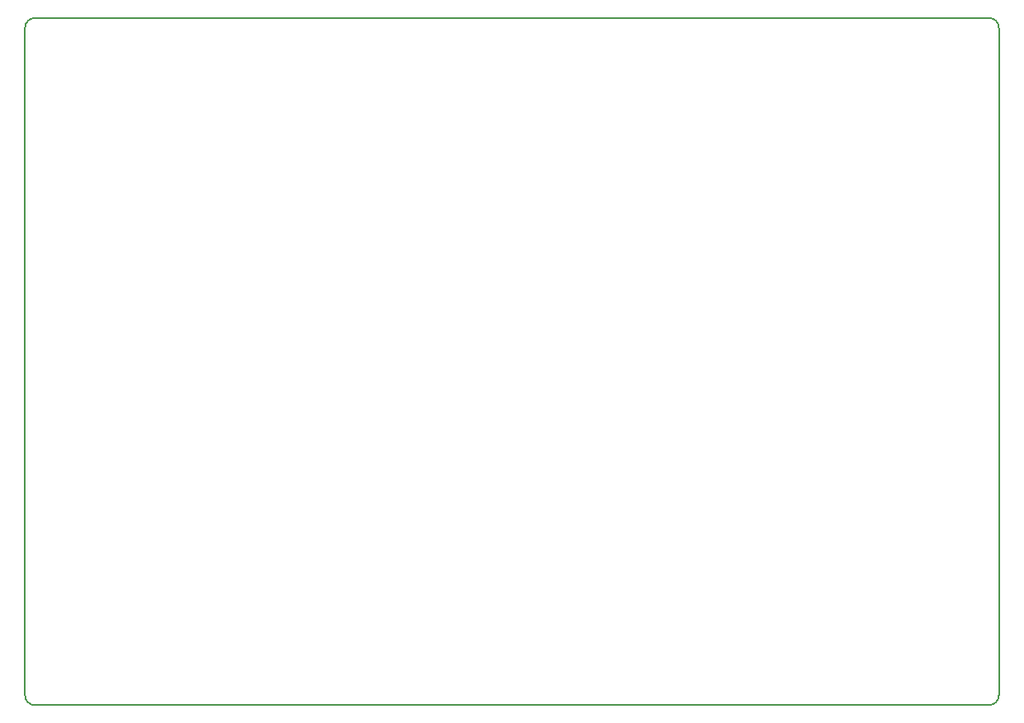
<source format=gko>
G04 DipTrace 4.3.0.4*
G04 GPSDO_simple.GKO*
%MOIN*%
G04 #@! TF.FileFunction,Profile*
G04 #@! TF.Part,Single*
%ADD12C,0.005512*%
%FSLAX26Y26*%
G04*
G70*
G90*
G75*
G01*
G04 BoardOutline*
%LPD*%
X433386Y394016D2*
D12*
X4291654D1*
G03X4331024Y433386I-1J39371D01*
G01*
Y3136142D1*
G03X4291654Y3175512I-39371J-1D01*
G01*
X433386D1*
G03X394016Y3136142I1J-39371D01*
G01*
Y433386D1*
G03X433386Y394016I39371J1D01*
G01*
M02*

</source>
